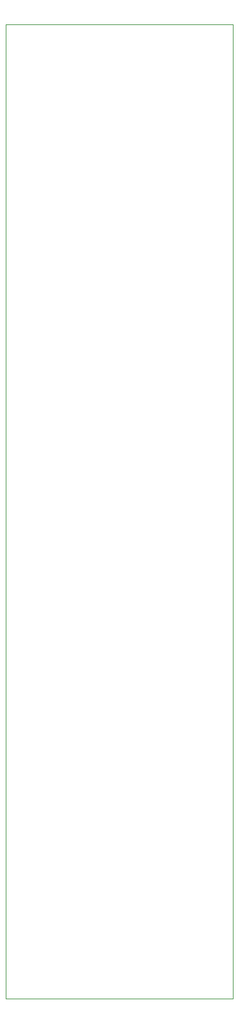
<source format=gbr>
%TF.GenerationSoftware,KiCad,Pcbnew,8.0.1-8.0.1-1~ubuntu22.04.1*%
%TF.CreationDate,2024-04-11T21:20:56+02:00*%
%TF.ProjectId,HagiwoEurorackMixer_PanelOnly,48616769-776f-4457-9572-6f7261636b4d,rev?*%
%TF.SameCoordinates,Original*%
%TF.FileFunction,Profile,NP*%
%FSLAX46Y46*%
G04 Gerber Fmt 4.6, Leading zero omitted, Abs format (unit mm)*
G04 Created by KiCad (PCBNEW 8.0.1-8.0.1-1~ubuntu22.04.1) date 2024-04-11 21:20:56*
%MOMM*%
%LPD*%
G01*
G04 APERTURE LIST*
%TA.AperFunction,Profile*%
%ADD10C,0.050000*%
%TD*%
G04 APERTURE END LIST*
D10*
X105015000Y-35560000D02*
X135015000Y-35560000D01*
X135015000Y-164060000D01*
X105015000Y-164060000D01*
X105015000Y-35560000D01*
M02*

</source>
